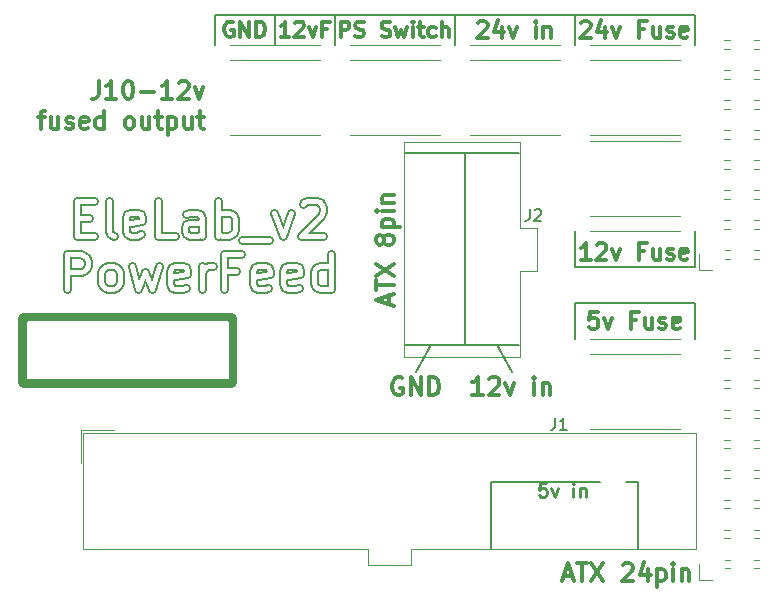
<source format=gto>
G04 #@! TF.GenerationSoftware,KiCad,Pcbnew,(5.0.2)-1*
G04 #@! TF.CreationDate,2019-10-01T18:53:06+02:00*
G04 #@! TF.ProjectId,EleLab_v2_PowerFeed,456c654c-6162-45f7-9632-5f506f776572,rev?*
G04 #@! TF.SameCoordinates,Original*
G04 #@! TF.FileFunction,Legend,Top*
G04 #@! TF.FilePolarity,Positive*
%FSLAX46Y46*%
G04 Gerber Fmt 4.6, Leading zero omitted, Abs format (unit mm)*
G04 Created by KiCad (PCBNEW (5.0.2)-1) date 01/10/2019 18:53:06*
%MOMM*%
%LPD*%
G01*
G04 APERTURE LIST*
%ADD10C,0.300000*%
%ADD11C,0.200000*%
%ADD12C,0.250000*%
%ADD13C,0.150000*%
%ADD14C,0.750000*%
%ADD15C,0.120000*%
%ADD16C,1.000000*%
%ADD17C,0.400000*%
%ADD18C,0.100000*%
%ADD19C,2.802000*%
%ADD20O,2.802000X3.402000*%
%ADD21O,1.902000X1.902000*%
%ADD22O,3.402000X2.802000*%
%ADD23C,5.700000*%
%ADD24C,1.002000*%
%ADD25O,1.702000X1.702000*%
%ADD26C,1.702000*%
%ADD27R,3.102000X3.102000*%
%ADD28C,3.102000*%
%ADD29O,1.802000X1.802000*%
%ADD30R,1.802000X1.802000*%
G04 APERTURE END LIST*
D10*
X139533571Y-86103571D02*
X139533571Y-87175000D01*
X139462142Y-87389285D01*
X139319285Y-87532142D01*
X139105000Y-87603571D01*
X138962142Y-87603571D01*
X141033571Y-87603571D02*
X140176428Y-87603571D01*
X140605000Y-87603571D02*
X140605000Y-86103571D01*
X140462142Y-86317857D01*
X140319285Y-86460714D01*
X140176428Y-86532142D01*
X141962142Y-86103571D02*
X142105000Y-86103571D01*
X142247857Y-86175000D01*
X142319285Y-86246428D01*
X142390714Y-86389285D01*
X142462142Y-86675000D01*
X142462142Y-87032142D01*
X142390714Y-87317857D01*
X142319285Y-87460714D01*
X142247857Y-87532142D01*
X142105000Y-87603571D01*
X141962142Y-87603571D01*
X141819285Y-87532142D01*
X141747857Y-87460714D01*
X141676428Y-87317857D01*
X141605000Y-87032142D01*
X141605000Y-86675000D01*
X141676428Y-86389285D01*
X141747857Y-86246428D01*
X141819285Y-86175000D01*
X141962142Y-86103571D01*
X143105000Y-87032142D02*
X144247857Y-87032142D01*
X145747857Y-87603571D02*
X144890714Y-87603571D01*
X145319285Y-87603571D02*
X145319285Y-86103571D01*
X145176428Y-86317857D01*
X145033571Y-86460714D01*
X144890714Y-86532142D01*
X146319285Y-86246428D02*
X146390714Y-86175000D01*
X146533571Y-86103571D01*
X146890714Y-86103571D01*
X147033571Y-86175000D01*
X147105000Y-86246428D01*
X147176428Y-86389285D01*
X147176428Y-86532142D01*
X147105000Y-86746428D01*
X146247857Y-87603571D01*
X147176428Y-87603571D01*
X147676428Y-86603571D02*
X148033571Y-87603571D01*
X148390714Y-86603571D01*
X134390714Y-89153571D02*
X134962142Y-89153571D01*
X134605000Y-90153571D02*
X134605000Y-88867857D01*
X134676428Y-88725000D01*
X134819285Y-88653571D01*
X134962142Y-88653571D01*
X136105000Y-89153571D02*
X136105000Y-90153571D01*
X135462142Y-89153571D02*
X135462142Y-89939285D01*
X135533571Y-90082142D01*
X135676428Y-90153571D01*
X135890714Y-90153571D01*
X136033571Y-90082142D01*
X136105000Y-90010714D01*
X136747857Y-90082142D02*
X136890714Y-90153571D01*
X137176428Y-90153571D01*
X137319285Y-90082142D01*
X137390714Y-89939285D01*
X137390714Y-89867857D01*
X137319285Y-89725000D01*
X137176428Y-89653571D01*
X136962142Y-89653571D01*
X136819285Y-89582142D01*
X136747857Y-89439285D01*
X136747857Y-89367857D01*
X136819285Y-89225000D01*
X136962142Y-89153571D01*
X137176428Y-89153571D01*
X137319285Y-89225000D01*
X138605000Y-90082142D02*
X138462142Y-90153571D01*
X138176428Y-90153571D01*
X138033571Y-90082142D01*
X137962142Y-89939285D01*
X137962142Y-89367857D01*
X138033571Y-89225000D01*
X138176428Y-89153571D01*
X138462142Y-89153571D01*
X138605000Y-89225000D01*
X138676428Y-89367857D01*
X138676428Y-89510714D01*
X137962142Y-89653571D01*
X139962142Y-90153571D02*
X139962142Y-88653571D01*
X139962142Y-90082142D02*
X139819285Y-90153571D01*
X139533571Y-90153571D01*
X139390714Y-90082142D01*
X139319285Y-90010714D01*
X139247857Y-89867857D01*
X139247857Y-89439285D01*
X139319285Y-89296428D01*
X139390714Y-89225000D01*
X139533571Y-89153571D01*
X139819285Y-89153571D01*
X139962142Y-89225000D01*
X142033571Y-90153571D02*
X141890714Y-90082142D01*
X141819285Y-90010714D01*
X141747857Y-89867857D01*
X141747857Y-89439285D01*
X141819285Y-89296428D01*
X141890714Y-89225000D01*
X142033571Y-89153571D01*
X142247857Y-89153571D01*
X142390714Y-89225000D01*
X142462142Y-89296428D01*
X142533571Y-89439285D01*
X142533571Y-89867857D01*
X142462142Y-90010714D01*
X142390714Y-90082142D01*
X142247857Y-90153571D01*
X142033571Y-90153571D01*
X143819285Y-89153571D02*
X143819285Y-90153571D01*
X143176428Y-89153571D02*
X143176428Y-89939285D01*
X143247857Y-90082142D01*
X143390714Y-90153571D01*
X143605000Y-90153571D01*
X143747857Y-90082142D01*
X143819285Y-90010714D01*
X144319285Y-89153571D02*
X144890714Y-89153571D01*
X144533571Y-88653571D02*
X144533571Y-89939285D01*
X144605000Y-90082142D01*
X144747857Y-90153571D01*
X144890714Y-90153571D01*
X145390714Y-89153571D02*
X145390714Y-90653571D01*
X145390714Y-89225000D02*
X145533571Y-89153571D01*
X145819285Y-89153571D01*
X145962142Y-89225000D01*
X146033571Y-89296428D01*
X146105000Y-89439285D01*
X146105000Y-89867857D01*
X146033571Y-90010714D01*
X145962142Y-90082142D01*
X145819285Y-90153571D01*
X145533571Y-90153571D01*
X145390714Y-90082142D01*
X147390714Y-89153571D02*
X147390714Y-90153571D01*
X146747857Y-89153571D02*
X146747857Y-89939285D01*
X146819285Y-90082142D01*
X146962142Y-90153571D01*
X147176428Y-90153571D01*
X147319285Y-90082142D01*
X147390714Y-90010714D01*
X147890714Y-89153571D02*
X148462142Y-89153571D01*
X148105000Y-88653571D02*
X148105000Y-89939285D01*
X148176428Y-90082142D01*
X148319285Y-90153571D01*
X148462142Y-90153571D01*
D11*
X172720000Y-120015000D02*
X172720000Y-125603000D01*
X185166000Y-120015000D02*
X172720000Y-120015000D01*
X185166000Y-125603000D02*
X185166000Y-120015000D01*
D12*
X177419571Y-120147238D02*
X176871952Y-120147238D01*
X176817190Y-120694857D01*
X176871952Y-120640095D01*
X176981476Y-120585333D01*
X177255285Y-120585333D01*
X177364809Y-120640095D01*
X177419571Y-120694857D01*
X177474333Y-120804380D01*
X177474333Y-121078190D01*
X177419571Y-121187714D01*
X177364809Y-121242476D01*
X177255285Y-121297238D01*
X176981476Y-121297238D01*
X176871952Y-121242476D01*
X176817190Y-121187714D01*
X177857666Y-120530571D02*
X178131476Y-121297238D01*
X178405285Y-120530571D01*
X179719571Y-121297238D02*
X179719571Y-120530571D01*
X179719571Y-120147238D02*
X179664809Y-120202000D01*
X179719571Y-120256761D01*
X179774333Y-120202000D01*
X179719571Y-120147238D01*
X179719571Y-120256761D01*
X180267190Y-120530571D02*
X180267190Y-121297238D01*
X180267190Y-120640095D02*
X180321952Y-120585333D01*
X180431476Y-120530571D01*
X180595761Y-120530571D01*
X180705285Y-120585333D01*
X180760047Y-120694857D01*
X180760047Y-121297238D01*
D10*
X172033714Y-112692571D02*
X171176571Y-112692571D01*
X171605142Y-112692571D02*
X171605142Y-111192571D01*
X171462285Y-111406857D01*
X171319428Y-111549714D01*
X171176571Y-111621142D01*
X172605142Y-111335428D02*
X172676571Y-111264000D01*
X172819428Y-111192571D01*
X173176571Y-111192571D01*
X173319428Y-111264000D01*
X173390857Y-111335428D01*
X173462285Y-111478285D01*
X173462285Y-111621142D01*
X173390857Y-111835428D01*
X172533714Y-112692571D01*
X173462285Y-112692571D01*
X173962285Y-111692571D02*
X174319428Y-112692571D01*
X174676571Y-111692571D01*
X176390857Y-112692571D02*
X176390857Y-111692571D01*
X176390857Y-111192571D02*
X176319428Y-111264000D01*
X176390857Y-111335428D01*
X176462285Y-111264000D01*
X176390857Y-111192571D01*
X176390857Y-111335428D01*
X177105142Y-111692571D02*
X177105142Y-112692571D01*
X177105142Y-111835428D02*
X177176571Y-111764000D01*
X177319428Y-111692571D01*
X177533714Y-111692571D01*
X177676571Y-111764000D01*
X177748000Y-111906857D01*
X177748000Y-112692571D01*
X165227142Y-111264000D02*
X165084285Y-111192571D01*
X164870000Y-111192571D01*
X164655714Y-111264000D01*
X164512857Y-111406857D01*
X164441428Y-111549714D01*
X164370000Y-111835428D01*
X164370000Y-112049714D01*
X164441428Y-112335428D01*
X164512857Y-112478285D01*
X164655714Y-112621142D01*
X164870000Y-112692571D01*
X165012857Y-112692571D01*
X165227142Y-112621142D01*
X165298571Y-112549714D01*
X165298571Y-112049714D01*
X165012857Y-112049714D01*
X165941428Y-112692571D02*
X165941428Y-111192571D01*
X166798571Y-112692571D01*
X166798571Y-111192571D01*
X167512857Y-112692571D02*
X167512857Y-111192571D01*
X167870000Y-111192571D01*
X168084285Y-111264000D01*
X168227142Y-111406857D01*
X168298571Y-111549714D01*
X168370000Y-111835428D01*
X168370000Y-112049714D01*
X168298571Y-112335428D01*
X168227142Y-112478285D01*
X168084285Y-112621142D01*
X167870000Y-112692571D01*
X167512857Y-112692571D01*
D11*
X173228000Y-108458000D02*
X174498000Y-110744000D01*
X167640000Y-108458000D02*
X166370000Y-110744000D01*
X170561000Y-108458000D02*
X170561000Y-92202000D01*
X165481000Y-108458000D02*
X175133000Y-108458000D01*
X175133000Y-92202000D02*
X165481000Y-92202000D01*
D13*
X154432000Y-83058000D02*
X154432000Y-80518000D01*
D10*
X155672000Y-82376095D02*
X154929142Y-82376095D01*
X155300571Y-82376095D02*
X155300571Y-81076095D01*
X155176761Y-81261809D01*
X155052952Y-81385619D01*
X154929142Y-81447523D01*
X156167238Y-81199904D02*
X156229142Y-81138000D01*
X156352952Y-81076095D01*
X156662476Y-81076095D01*
X156786285Y-81138000D01*
X156848190Y-81199904D01*
X156910095Y-81323714D01*
X156910095Y-81447523D01*
X156848190Y-81633238D01*
X156105333Y-82376095D01*
X156910095Y-82376095D01*
X157343428Y-81509428D02*
X157652952Y-82376095D01*
X157962476Y-81509428D01*
X158891047Y-81695142D02*
X158457714Y-81695142D01*
X158457714Y-82376095D02*
X158457714Y-81076095D01*
X159076761Y-81076095D01*
D13*
X149352000Y-83058000D02*
X149352000Y-80518000D01*
D10*
X150901523Y-81138000D02*
X150777714Y-81076095D01*
X150592000Y-81076095D01*
X150406285Y-81138000D01*
X150282476Y-81261809D01*
X150220571Y-81385619D01*
X150158666Y-81633238D01*
X150158666Y-81818952D01*
X150220571Y-82066571D01*
X150282476Y-82190380D01*
X150406285Y-82314190D01*
X150592000Y-82376095D01*
X150715809Y-82376095D01*
X150901523Y-82314190D01*
X150963428Y-82252285D01*
X150963428Y-81818952D01*
X150715809Y-81818952D01*
X151520571Y-82376095D02*
X151520571Y-81076095D01*
X152263428Y-82376095D01*
X152263428Y-81076095D01*
X152882476Y-82376095D02*
X152882476Y-81076095D01*
X153192000Y-81076095D01*
X153377714Y-81138000D01*
X153501523Y-81261809D01*
X153563428Y-81385619D01*
X153625333Y-81633238D01*
X153625333Y-81818952D01*
X153563428Y-82066571D01*
X153501523Y-82190380D01*
X153377714Y-82314190D01*
X153192000Y-82376095D01*
X152882476Y-82376095D01*
X164080000Y-104972857D02*
X164080000Y-104258571D01*
X164508571Y-105115714D02*
X163008571Y-104615714D01*
X164508571Y-104115714D01*
X163008571Y-103830000D02*
X163008571Y-102972857D01*
X164508571Y-103401428D02*
X163008571Y-103401428D01*
X163008571Y-102615714D02*
X164508571Y-101615714D01*
X163008571Y-101615714D02*
X164508571Y-102615714D01*
X163651428Y-99687142D02*
X163580000Y-99830000D01*
X163508571Y-99901428D01*
X163365714Y-99972857D01*
X163294285Y-99972857D01*
X163151428Y-99901428D01*
X163080000Y-99830000D01*
X163008571Y-99687142D01*
X163008571Y-99401428D01*
X163080000Y-99258571D01*
X163151428Y-99187142D01*
X163294285Y-99115714D01*
X163365714Y-99115714D01*
X163508571Y-99187142D01*
X163580000Y-99258571D01*
X163651428Y-99401428D01*
X163651428Y-99687142D01*
X163722857Y-99830000D01*
X163794285Y-99901428D01*
X163937142Y-99972857D01*
X164222857Y-99972857D01*
X164365714Y-99901428D01*
X164437142Y-99830000D01*
X164508571Y-99687142D01*
X164508571Y-99401428D01*
X164437142Y-99258571D01*
X164365714Y-99187142D01*
X164222857Y-99115714D01*
X163937142Y-99115714D01*
X163794285Y-99187142D01*
X163722857Y-99258571D01*
X163651428Y-99401428D01*
X163508571Y-98472857D02*
X165008571Y-98472857D01*
X163580000Y-98472857D02*
X163508571Y-98330000D01*
X163508571Y-98044285D01*
X163580000Y-97901428D01*
X163651428Y-97830000D01*
X163794285Y-97758571D01*
X164222857Y-97758571D01*
X164365714Y-97830000D01*
X164437142Y-97901428D01*
X164508571Y-98044285D01*
X164508571Y-98330000D01*
X164437142Y-98472857D01*
X164508571Y-97115714D02*
X163508571Y-97115714D01*
X163008571Y-97115714D02*
X163080000Y-97187142D01*
X163151428Y-97115714D01*
X163080000Y-97044285D01*
X163008571Y-97115714D01*
X163151428Y-97115714D01*
X163508571Y-96401428D02*
X164508571Y-96401428D01*
X163651428Y-96401428D02*
X163580000Y-96330000D01*
X163508571Y-96187142D01*
X163508571Y-95972857D01*
X163580000Y-95830000D01*
X163722857Y-95758571D01*
X164508571Y-95758571D01*
X178892857Y-128000000D02*
X179607142Y-128000000D01*
X178750000Y-128428571D02*
X179250000Y-126928571D01*
X179750000Y-128428571D01*
X180035714Y-126928571D02*
X180892857Y-126928571D01*
X180464285Y-128428571D02*
X180464285Y-126928571D01*
X181250000Y-126928571D02*
X182250000Y-128428571D01*
X182250000Y-126928571D02*
X181250000Y-128428571D01*
X183892857Y-127071428D02*
X183964285Y-127000000D01*
X184107142Y-126928571D01*
X184464285Y-126928571D01*
X184607142Y-127000000D01*
X184678571Y-127071428D01*
X184750000Y-127214285D01*
X184750000Y-127357142D01*
X184678571Y-127571428D01*
X183821428Y-128428571D01*
X184750000Y-128428571D01*
X186035714Y-127428571D02*
X186035714Y-128428571D01*
X185678571Y-126857142D02*
X185321428Y-127928571D01*
X186250000Y-127928571D01*
X186821428Y-127428571D02*
X186821428Y-128928571D01*
X186821428Y-127500000D02*
X186964285Y-127428571D01*
X187250000Y-127428571D01*
X187392857Y-127500000D01*
X187464285Y-127571428D01*
X187535714Y-127714285D01*
X187535714Y-128142857D01*
X187464285Y-128285714D01*
X187392857Y-128357142D01*
X187250000Y-128428571D01*
X186964285Y-128428571D01*
X186821428Y-128357142D01*
X188178571Y-128428571D02*
X188178571Y-127428571D01*
X188178571Y-126928571D02*
X188107142Y-127000000D01*
X188178571Y-127071428D01*
X188250000Y-127000000D01*
X188178571Y-126928571D01*
X188178571Y-127071428D01*
X188892857Y-127428571D02*
X188892857Y-128428571D01*
X188892857Y-127571428D02*
X188964285Y-127500000D01*
X189107142Y-127428571D01*
X189321428Y-127428571D01*
X189464285Y-127500000D01*
X189535714Y-127642857D01*
X189535714Y-128428571D01*
D14*
X136881142Y-103735142D02*
X136881142Y-100735142D01*
X138024000Y-100735142D01*
X138309714Y-100878000D01*
X138452571Y-101020857D01*
X138595428Y-101306571D01*
X138595428Y-101735142D01*
X138452571Y-102020857D01*
X138309714Y-102163714D01*
X138024000Y-102306571D01*
X136881142Y-102306571D01*
X140309714Y-103735142D02*
X140024000Y-103592285D01*
X139881142Y-103449428D01*
X139738285Y-103163714D01*
X139738285Y-102306571D01*
X139881142Y-102020857D01*
X140024000Y-101878000D01*
X140309714Y-101735142D01*
X140738285Y-101735142D01*
X141024000Y-101878000D01*
X141166857Y-102020857D01*
X141309714Y-102306571D01*
X141309714Y-103163714D01*
X141166857Y-103449428D01*
X141024000Y-103592285D01*
X140738285Y-103735142D01*
X140309714Y-103735142D01*
X142309714Y-101735142D02*
X142881142Y-103735142D01*
X143452571Y-102306571D01*
X144024000Y-103735142D01*
X144595428Y-101735142D01*
X146881142Y-103592285D02*
X146595428Y-103735142D01*
X146024000Y-103735142D01*
X145738285Y-103592285D01*
X145595428Y-103306571D01*
X145595428Y-102163714D01*
X145738285Y-101878000D01*
X146024000Y-101735142D01*
X146595428Y-101735142D01*
X146881142Y-101878000D01*
X147024000Y-102163714D01*
X147024000Y-102449428D01*
X145595428Y-102735142D01*
X148309714Y-103735142D02*
X148309714Y-101735142D01*
X148309714Y-102306571D02*
X148452571Y-102020857D01*
X148595428Y-101878000D01*
X148881142Y-101735142D01*
X149166857Y-101735142D01*
X151166857Y-102163714D02*
X150166857Y-102163714D01*
X150166857Y-103735142D02*
X150166857Y-100735142D01*
X151595428Y-100735142D01*
X153881142Y-103592285D02*
X153595428Y-103735142D01*
X153024000Y-103735142D01*
X152738285Y-103592285D01*
X152595428Y-103306571D01*
X152595428Y-102163714D01*
X152738285Y-101878000D01*
X153024000Y-101735142D01*
X153595428Y-101735142D01*
X153881142Y-101878000D01*
X154024000Y-102163714D01*
X154024000Y-102449428D01*
X152595428Y-102735142D01*
X156452571Y-103592285D02*
X156166857Y-103735142D01*
X155595428Y-103735142D01*
X155309714Y-103592285D01*
X155166857Y-103306571D01*
X155166857Y-102163714D01*
X155309714Y-101878000D01*
X155595428Y-101735142D01*
X156166857Y-101735142D01*
X156452571Y-101878000D01*
X156595428Y-102163714D01*
X156595428Y-102449428D01*
X155166857Y-102735142D01*
X159166857Y-103735142D02*
X159166857Y-100735142D01*
X159166857Y-103592285D02*
X158881142Y-103735142D01*
X158309714Y-103735142D01*
X158024000Y-103592285D01*
X157881142Y-103449428D01*
X157738285Y-103163714D01*
X157738285Y-102306571D01*
X157881142Y-102020857D01*
X158024000Y-101878000D01*
X158309714Y-101735142D01*
X158881142Y-101735142D01*
X159166857Y-101878000D01*
X137666857Y-97663714D02*
X138666857Y-97663714D01*
X139095428Y-99235142D02*
X137666857Y-99235142D01*
X137666857Y-96235142D01*
X139095428Y-96235142D01*
X140809714Y-99235142D02*
X140524000Y-99092285D01*
X140381142Y-98806571D01*
X140381142Y-96235142D01*
X143095428Y-99092285D02*
X142809714Y-99235142D01*
X142238285Y-99235142D01*
X141952571Y-99092285D01*
X141809714Y-98806571D01*
X141809714Y-97663714D01*
X141952571Y-97378000D01*
X142238285Y-97235142D01*
X142809714Y-97235142D01*
X143095428Y-97378000D01*
X143238285Y-97663714D01*
X143238285Y-97949428D01*
X141809714Y-98235142D01*
X145952571Y-99235142D02*
X144524000Y-99235142D01*
X144524000Y-96235142D01*
X148238285Y-99235142D02*
X148238285Y-97663714D01*
X148095428Y-97378000D01*
X147809714Y-97235142D01*
X147238285Y-97235142D01*
X146952571Y-97378000D01*
X148238285Y-99092285D02*
X147952571Y-99235142D01*
X147238285Y-99235142D01*
X146952571Y-99092285D01*
X146809714Y-98806571D01*
X146809714Y-98520857D01*
X146952571Y-98235142D01*
X147238285Y-98092285D01*
X147952571Y-98092285D01*
X148238285Y-97949428D01*
X149666857Y-99235142D02*
X149666857Y-96235142D01*
X149666857Y-97378000D02*
X149952571Y-97235142D01*
X150524000Y-97235142D01*
X150809714Y-97378000D01*
X150952571Y-97520857D01*
X151095428Y-97806571D01*
X151095428Y-98663714D01*
X150952571Y-98949428D01*
X150809714Y-99092285D01*
X150524000Y-99235142D01*
X149952571Y-99235142D01*
X149666857Y-99092285D01*
X151666857Y-99520857D02*
X153952571Y-99520857D01*
X154381142Y-97235142D02*
X155095428Y-99235142D01*
X155809714Y-97235142D01*
X156809714Y-96520857D02*
X156952571Y-96378000D01*
X157238285Y-96235142D01*
X157952571Y-96235142D01*
X158238285Y-96378000D01*
X158381142Y-96520857D01*
X158524000Y-96806571D01*
X158524000Y-97092285D01*
X158381142Y-97520857D01*
X156666857Y-99235142D01*
X158524000Y-99235142D01*
D10*
X181778666Y-105659333D02*
X181112000Y-105659333D01*
X181045333Y-106326000D01*
X181112000Y-106259333D01*
X181245333Y-106192666D01*
X181578666Y-106192666D01*
X181712000Y-106259333D01*
X181778666Y-106326000D01*
X181845333Y-106459333D01*
X181845333Y-106792666D01*
X181778666Y-106926000D01*
X181712000Y-106992666D01*
X181578666Y-107059333D01*
X181245333Y-107059333D01*
X181112000Y-106992666D01*
X181045333Y-106926000D01*
X182312000Y-106126000D02*
X182645333Y-107059333D01*
X182978666Y-106126000D01*
X185045333Y-106326000D02*
X184578666Y-106326000D01*
X184578666Y-107059333D02*
X184578666Y-105659333D01*
X185245333Y-105659333D01*
X186378666Y-106126000D02*
X186378666Y-107059333D01*
X185778666Y-106126000D02*
X185778666Y-106859333D01*
X185845333Y-106992666D01*
X185978666Y-107059333D01*
X186178666Y-107059333D01*
X186312000Y-106992666D01*
X186378666Y-106926000D01*
X186978666Y-106992666D02*
X187112000Y-107059333D01*
X187378666Y-107059333D01*
X187512000Y-106992666D01*
X187578666Y-106859333D01*
X187578666Y-106792666D01*
X187512000Y-106659333D01*
X187378666Y-106592666D01*
X187178666Y-106592666D01*
X187045333Y-106526000D01*
X186978666Y-106392666D01*
X186978666Y-106326000D01*
X187045333Y-106192666D01*
X187178666Y-106126000D01*
X187378666Y-106126000D01*
X187512000Y-106192666D01*
X188712000Y-106992666D02*
X188578666Y-107059333D01*
X188312000Y-107059333D01*
X188178666Y-106992666D01*
X188112000Y-106859333D01*
X188112000Y-106326000D01*
X188178666Y-106192666D01*
X188312000Y-106126000D01*
X188578666Y-106126000D01*
X188712000Y-106192666D01*
X188778666Y-106326000D01*
X188778666Y-106459333D01*
X188112000Y-106592666D01*
X181178666Y-101217333D02*
X180378666Y-101217333D01*
X180778666Y-101217333D02*
X180778666Y-99817333D01*
X180645333Y-100017333D01*
X180512000Y-100150666D01*
X180378666Y-100217333D01*
X181712000Y-99950666D02*
X181778666Y-99884000D01*
X181912000Y-99817333D01*
X182245333Y-99817333D01*
X182378666Y-99884000D01*
X182445333Y-99950666D01*
X182512000Y-100084000D01*
X182512000Y-100217333D01*
X182445333Y-100417333D01*
X181645333Y-101217333D01*
X182512000Y-101217333D01*
X182978666Y-100284000D02*
X183312000Y-101217333D01*
X183645333Y-100284000D01*
X185712000Y-100484000D02*
X185245333Y-100484000D01*
X185245333Y-101217333D02*
X185245333Y-99817333D01*
X185912000Y-99817333D01*
X187045333Y-100284000D02*
X187045333Y-101217333D01*
X186445333Y-100284000D02*
X186445333Y-101017333D01*
X186512000Y-101150666D01*
X186645333Y-101217333D01*
X186845333Y-101217333D01*
X186978666Y-101150666D01*
X187045333Y-101084000D01*
X187645333Y-101150666D02*
X187778666Y-101217333D01*
X188045333Y-101217333D01*
X188178666Y-101150666D01*
X188245333Y-101017333D01*
X188245333Y-100950666D01*
X188178666Y-100817333D01*
X188045333Y-100750666D01*
X187845333Y-100750666D01*
X187712000Y-100684000D01*
X187645333Y-100550666D01*
X187645333Y-100484000D01*
X187712000Y-100350666D01*
X187845333Y-100284000D01*
X188045333Y-100284000D01*
X188178666Y-100350666D01*
X189378666Y-101150666D02*
X189245333Y-101217333D01*
X188978666Y-101217333D01*
X188845333Y-101150666D01*
X188778666Y-101017333D01*
X188778666Y-100484000D01*
X188845333Y-100350666D01*
X188978666Y-100284000D01*
X189245333Y-100284000D01*
X189378666Y-100350666D01*
X189445333Y-100484000D01*
X189445333Y-100617333D01*
X188778666Y-100750666D01*
X180378666Y-81154666D02*
X180445333Y-81088000D01*
X180578666Y-81021333D01*
X180912000Y-81021333D01*
X181045333Y-81088000D01*
X181112000Y-81154666D01*
X181178666Y-81288000D01*
X181178666Y-81421333D01*
X181112000Y-81621333D01*
X180312000Y-82421333D01*
X181178666Y-82421333D01*
X182378666Y-81488000D02*
X182378666Y-82421333D01*
X182045333Y-80954666D02*
X181712000Y-81954666D01*
X182578666Y-81954666D01*
X182978666Y-81488000D02*
X183312000Y-82421333D01*
X183645333Y-81488000D01*
X185712000Y-81688000D02*
X185245333Y-81688000D01*
X185245333Y-82421333D02*
X185245333Y-81021333D01*
X185912000Y-81021333D01*
X187045333Y-81488000D02*
X187045333Y-82421333D01*
X186445333Y-81488000D02*
X186445333Y-82221333D01*
X186512000Y-82354666D01*
X186645333Y-82421333D01*
X186845333Y-82421333D01*
X186978666Y-82354666D01*
X187045333Y-82288000D01*
X187645333Y-82354666D02*
X187778666Y-82421333D01*
X188045333Y-82421333D01*
X188178666Y-82354666D01*
X188245333Y-82221333D01*
X188245333Y-82154666D01*
X188178666Y-82021333D01*
X188045333Y-81954666D01*
X187845333Y-81954666D01*
X187712000Y-81888000D01*
X187645333Y-81754666D01*
X187645333Y-81688000D01*
X187712000Y-81554666D01*
X187845333Y-81488000D01*
X188045333Y-81488000D01*
X188178666Y-81554666D01*
X189378666Y-82354666D02*
X189245333Y-82421333D01*
X188978666Y-82421333D01*
X188845333Y-82354666D01*
X188778666Y-82221333D01*
X188778666Y-81688000D01*
X188845333Y-81554666D01*
X188978666Y-81488000D01*
X189245333Y-81488000D01*
X189378666Y-81554666D01*
X189445333Y-81688000D01*
X189445333Y-81821333D01*
X188778666Y-81954666D01*
X171652000Y-81154666D02*
X171718666Y-81088000D01*
X171852000Y-81021333D01*
X172185333Y-81021333D01*
X172318666Y-81088000D01*
X172385333Y-81154666D01*
X172452000Y-81288000D01*
X172452000Y-81421333D01*
X172385333Y-81621333D01*
X171585333Y-82421333D01*
X172452000Y-82421333D01*
X173652000Y-81488000D02*
X173652000Y-82421333D01*
X173318666Y-80954666D02*
X172985333Y-81954666D01*
X173852000Y-81954666D01*
X174252000Y-81488000D02*
X174585333Y-82421333D01*
X174918666Y-81488000D01*
X176518666Y-82421333D02*
X176518666Y-81488000D01*
X176518666Y-81021333D02*
X176452000Y-81088000D01*
X176518666Y-81154666D01*
X176585333Y-81088000D01*
X176518666Y-81021333D01*
X176518666Y-81154666D01*
X177185333Y-81488000D02*
X177185333Y-82421333D01*
X177185333Y-81621333D02*
X177252000Y-81554666D01*
X177385333Y-81488000D01*
X177585333Y-81488000D01*
X177718666Y-81554666D01*
X177785333Y-81688000D01*
X177785333Y-82421333D01*
X160011047Y-82376095D02*
X160011047Y-81076095D01*
X160506285Y-81076095D01*
X160630095Y-81138000D01*
X160692000Y-81199904D01*
X160753904Y-81323714D01*
X160753904Y-81509428D01*
X160692000Y-81633238D01*
X160630095Y-81695142D01*
X160506285Y-81757047D01*
X160011047Y-81757047D01*
X161249142Y-82314190D02*
X161434857Y-82376095D01*
X161744380Y-82376095D01*
X161868190Y-82314190D01*
X161930095Y-82252285D01*
X161992000Y-82128476D01*
X161992000Y-82004666D01*
X161930095Y-81880857D01*
X161868190Y-81818952D01*
X161744380Y-81757047D01*
X161496761Y-81695142D01*
X161372952Y-81633238D01*
X161311047Y-81571333D01*
X161249142Y-81447523D01*
X161249142Y-81323714D01*
X161311047Y-81199904D01*
X161372952Y-81138000D01*
X161496761Y-81076095D01*
X161806285Y-81076095D01*
X161992000Y-81138000D01*
X163477714Y-82314190D02*
X163663428Y-82376095D01*
X163972952Y-82376095D01*
X164096761Y-82314190D01*
X164158666Y-82252285D01*
X164220571Y-82128476D01*
X164220571Y-82004666D01*
X164158666Y-81880857D01*
X164096761Y-81818952D01*
X163972952Y-81757047D01*
X163725333Y-81695142D01*
X163601523Y-81633238D01*
X163539619Y-81571333D01*
X163477714Y-81447523D01*
X163477714Y-81323714D01*
X163539619Y-81199904D01*
X163601523Y-81138000D01*
X163725333Y-81076095D01*
X164034857Y-81076095D01*
X164220571Y-81138000D01*
X164653904Y-81509428D02*
X164901523Y-82376095D01*
X165149142Y-81757047D01*
X165396761Y-82376095D01*
X165644380Y-81509428D01*
X166139619Y-82376095D02*
X166139619Y-81509428D01*
X166139619Y-81076095D02*
X166077714Y-81138000D01*
X166139619Y-81199904D01*
X166201523Y-81138000D01*
X166139619Y-81076095D01*
X166139619Y-81199904D01*
X166572952Y-81509428D02*
X167068190Y-81509428D01*
X166758666Y-81076095D02*
X166758666Y-82190380D01*
X166820571Y-82314190D01*
X166944380Y-82376095D01*
X167068190Y-82376095D01*
X168058666Y-82314190D02*
X167934857Y-82376095D01*
X167687238Y-82376095D01*
X167563428Y-82314190D01*
X167501523Y-82252285D01*
X167439619Y-82128476D01*
X167439619Y-81757047D01*
X167501523Y-81633238D01*
X167563428Y-81571333D01*
X167687238Y-81509428D01*
X167934857Y-81509428D01*
X168058666Y-81571333D01*
X168615809Y-82376095D02*
X168615809Y-81076095D01*
X169172952Y-82376095D02*
X169172952Y-81695142D01*
X169111047Y-81571333D01*
X168987238Y-81509428D01*
X168801523Y-81509428D01*
X168677714Y-81571333D01*
X168615809Y-81633238D01*
D13*
X189992000Y-80518000D02*
X149352000Y-80518000D01*
D11*
X189992000Y-104902000D02*
X179832000Y-104902000D01*
X179832000Y-101854000D02*
X189992000Y-101854000D01*
D13*
X189992000Y-107950000D02*
X189992000Y-104902000D01*
X179832000Y-107950000D02*
X179832000Y-104902000D01*
X179832000Y-101854000D02*
X179832000Y-98806000D01*
X189992000Y-101854000D02*
X189992000Y-98806000D01*
X189992000Y-83058000D02*
X189992000Y-80518000D01*
X179832000Y-83058000D02*
X179832000Y-80518000D01*
X169672000Y-83058000D02*
X169672000Y-80518000D01*
X159512000Y-83058000D02*
X159512000Y-80518000D01*
D15*
G04 #@! TO.C,J1*
X164152000Y-115862000D02*
X138242000Y-115862000D01*
X138242000Y-115862000D02*
X138242000Y-125682000D01*
X138242000Y-125682000D02*
X162342000Y-125682000D01*
X162342000Y-125682000D02*
X162342000Y-127082000D01*
X162342000Y-127082000D02*
X164152000Y-127082000D01*
X164152000Y-115862000D02*
X190062000Y-115862000D01*
X190062000Y-115862000D02*
X190062000Y-125682000D01*
X190062000Y-125682000D02*
X165962000Y-125682000D01*
X165962000Y-125682000D02*
X165962000Y-127082000D01*
X165962000Y-127082000D02*
X164152000Y-127082000D01*
X140852000Y-115622000D02*
X138002000Y-115622000D01*
X138002000Y-115622000D02*
X138002000Y-118472000D01*
G04 #@! TO.C,J2*
X165392000Y-100380000D02*
X165392000Y-109490000D01*
X165392000Y-109490000D02*
X175212000Y-109490000D01*
X175212000Y-109490000D02*
X175212000Y-102190000D01*
X175212000Y-102190000D02*
X176612000Y-102190000D01*
X176612000Y-102190000D02*
X176612000Y-100380000D01*
X165392000Y-100380000D02*
X165392000Y-91270000D01*
X165392000Y-91270000D02*
X175212000Y-91270000D01*
X175212000Y-91270000D02*
X175212000Y-98570000D01*
X175212000Y-98570000D02*
X176612000Y-98570000D01*
X176612000Y-98570000D02*
X176612000Y-100380000D01*
D16*
G04 #@! TO.C,LO_1*
X133243400Y-106209200D02*
X150769400Y-106209200D01*
X133243400Y-111543200D02*
X133243400Y-106209200D01*
X150769400Y-111543200D02*
X133243400Y-111543200D01*
X150769400Y-106209200D02*
X150769400Y-111543200D01*
D15*
G04 #@! TO.C,J5*
X170942000Y-84328000D02*
X178562000Y-84328000D01*
X170942000Y-90678000D02*
X178562000Y-90678000D01*
X178562000Y-83058000D02*
X170942000Y-83058000D01*
G04 #@! TO.C,J6*
X188722000Y-107950000D02*
X181102000Y-107950000D01*
X181102000Y-115570000D02*
X188722000Y-115570000D01*
X181102000Y-109220000D02*
X188722000Y-109220000D01*
G04 #@! TO.C,J7*
X188722000Y-97536000D02*
X181102000Y-97536000D01*
X188722000Y-91186000D02*
X181102000Y-91186000D01*
X181102000Y-98806000D02*
X188722000Y-98806000D01*
G04 #@! TO.C,J8*
X188722000Y-83058000D02*
X181102000Y-83058000D01*
X181102000Y-90678000D02*
X188722000Y-90678000D01*
X181102000Y-84328000D02*
X188722000Y-84328000D01*
G04 #@! TO.C,J9*
X160782000Y-84328000D02*
X168402000Y-84328000D01*
X160782000Y-90678000D02*
X168402000Y-90678000D01*
X168402000Y-83058000D02*
X160782000Y-83058000D01*
G04 #@! TO.C,J10*
X158242000Y-83058000D02*
X150622000Y-83058000D01*
X150622000Y-90678000D02*
X158242000Y-90678000D01*
X150622000Y-84328000D02*
X158242000Y-84328000D01*
G04 #@! TO.C,J3*
X191460000Y-102110000D02*
X190350000Y-102110000D01*
X190350000Y-102110000D02*
X190350000Y-100780000D01*
X192950000Y-82640000D02*
X192510000Y-82640000D01*
X195460000Y-82640000D02*
X195050000Y-82640000D01*
X192950000Y-83360000D02*
X192510000Y-83360000D01*
X195460000Y-83360000D02*
X195050000Y-83360000D01*
X192950000Y-85180000D02*
X192510000Y-85180000D01*
X195460000Y-85180000D02*
X195050000Y-85180000D01*
X192950000Y-85900000D02*
X192510000Y-85900000D01*
X195460000Y-85900000D02*
X195050000Y-85900000D01*
X192950000Y-87720000D02*
X192510000Y-87720000D01*
X195460000Y-87720000D02*
X195050000Y-87720000D01*
X192950000Y-88440000D02*
X192510000Y-88440000D01*
X195460000Y-88440000D02*
X195050000Y-88440000D01*
X192950000Y-90260000D02*
X192510000Y-90260000D01*
X195460000Y-90260000D02*
X195050000Y-90260000D01*
X192950000Y-90980000D02*
X192510000Y-90980000D01*
X195460000Y-90980000D02*
X195050000Y-90980000D01*
X192950000Y-92800000D02*
X192510000Y-92800000D01*
X195460000Y-92800000D02*
X195050000Y-92800000D01*
X192950000Y-93520000D02*
X192510000Y-93520000D01*
X195460000Y-93520000D02*
X195050000Y-93520000D01*
X192950000Y-95340000D02*
X192510000Y-95340000D01*
X195460000Y-95340000D02*
X195050000Y-95340000D01*
X192950000Y-96060000D02*
X192510000Y-96060000D01*
X195460000Y-96060000D02*
X195050000Y-96060000D01*
X192950000Y-97880000D02*
X192510000Y-97880000D01*
X195460000Y-97880000D02*
X195050000Y-97880000D01*
X192950000Y-98600000D02*
X192510000Y-98600000D01*
X195460000Y-98600000D02*
X195050000Y-98600000D01*
X192950000Y-100420000D02*
X192570000Y-100420000D01*
X195460000Y-100420000D02*
X195050000Y-100420000D01*
X192950000Y-101140000D02*
X192570000Y-101140000D01*
X195460000Y-101140000D02*
X195050000Y-101140000D01*
G04 #@! TO.C,J4*
X195460000Y-127360000D02*
X195050000Y-127360000D01*
X192950000Y-127360000D02*
X192570000Y-127360000D01*
X195460000Y-126640000D02*
X195050000Y-126640000D01*
X192950000Y-126640000D02*
X192570000Y-126640000D01*
X195460000Y-124820000D02*
X195050000Y-124820000D01*
X192950000Y-124820000D02*
X192510000Y-124820000D01*
X195460000Y-124100000D02*
X195050000Y-124100000D01*
X192950000Y-124100000D02*
X192510000Y-124100000D01*
X195460000Y-122280000D02*
X195050000Y-122280000D01*
X192950000Y-122280000D02*
X192510000Y-122280000D01*
X195460000Y-121560000D02*
X195050000Y-121560000D01*
X192950000Y-121560000D02*
X192510000Y-121560000D01*
X195460000Y-119740000D02*
X195050000Y-119740000D01*
X192950000Y-119740000D02*
X192510000Y-119740000D01*
X195460000Y-119020000D02*
X195050000Y-119020000D01*
X192950000Y-119020000D02*
X192510000Y-119020000D01*
X195460000Y-117200000D02*
X195050000Y-117200000D01*
X192950000Y-117200000D02*
X192510000Y-117200000D01*
X195460000Y-116480000D02*
X195050000Y-116480000D01*
X192950000Y-116480000D02*
X192510000Y-116480000D01*
X195460000Y-114660000D02*
X195050000Y-114660000D01*
X192950000Y-114660000D02*
X192510000Y-114660000D01*
X195460000Y-113940000D02*
X195050000Y-113940000D01*
X192950000Y-113940000D02*
X192510000Y-113940000D01*
X195460000Y-112120000D02*
X195050000Y-112120000D01*
X192950000Y-112120000D02*
X192510000Y-112120000D01*
X195460000Y-111400000D02*
X195050000Y-111400000D01*
X192950000Y-111400000D02*
X192510000Y-111400000D01*
X195460000Y-109580000D02*
X195050000Y-109580000D01*
X192950000Y-109580000D02*
X192510000Y-109580000D01*
X195460000Y-108860000D02*
X195050000Y-108860000D01*
X192950000Y-108860000D02*
X192510000Y-108860000D01*
X190350000Y-128330000D02*
X190350000Y-127000000D01*
X191460000Y-128330000D02*
X190350000Y-128330000D01*
G04 #@! TO.C,J1*
D13*
X178166666Y-114641380D02*
X178166666Y-115355666D01*
X178119047Y-115498523D01*
X178023809Y-115593761D01*
X177880952Y-115641380D01*
X177785714Y-115641380D01*
X179166666Y-115641380D02*
X178595238Y-115641380D01*
X178880952Y-115641380D02*
X178880952Y-114641380D01*
X178785714Y-114784238D01*
X178690476Y-114879476D01*
X178595238Y-114927095D01*
G04 #@! TO.C,J2*
X176016666Y-96952380D02*
X176016666Y-97666666D01*
X175969047Y-97809523D01*
X175873809Y-97904761D01*
X175730952Y-97952380D01*
X175635714Y-97952380D01*
X176445238Y-97047619D02*
X176492857Y-97000000D01*
X176588095Y-96952380D01*
X176826190Y-96952380D01*
X176921428Y-97000000D01*
X176969047Y-97047619D01*
X177016666Y-97142857D01*
X177016666Y-97238095D01*
X176969047Y-97380952D01*
X176397619Y-97952380D01*
X177016666Y-97952380D01*
G04 #@! TD*
%LPC*%
D17*
X136881142Y-103735142D02*
X136881142Y-100735142D01*
X138024000Y-100735142D01*
X138309714Y-100878000D01*
X138452571Y-101020857D01*
X138595428Y-101306571D01*
X138595428Y-101735142D01*
X138452571Y-102020857D01*
X138309714Y-102163714D01*
X138024000Y-102306571D01*
X136881142Y-102306571D01*
X140309714Y-103735142D02*
X140024000Y-103592285D01*
X139881142Y-103449428D01*
X139738285Y-103163714D01*
X139738285Y-102306571D01*
X139881142Y-102020857D01*
X140024000Y-101878000D01*
X140309714Y-101735142D01*
X140738285Y-101735142D01*
X141024000Y-101878000D01*
X141166857Y-102020857D01*
X141309714Y-102306571D01*
X141309714Y-103163714D01*
X141166857Y-103449428D01*
X141024000Y-103592285D01*
X140738285Y-103735142D01*
X140309714Y-103735142D01*
X142309714Y-101735142D02*
X142881142Y-103735142D01*
X143452571Y-102306571D01*
X144024000Y-103735142D01*
X144595428Y-101735142D01*
X146881142Y-103592285D02*
X146595428Y-103735142D01*
X146024000Y-103735142D01*
X145738285Y-103592285D01*
X145595428Y-103306571D01*
X145595428Y-102163714D01*
X145738285Y-101878000D01*
X146024000Y-101735142D01*
X146595428Y-101735142D01*
X146881142Y-101878000D01*
X147024000Y-102163714D01*
X147024000Y-102449428D01*
X145595428Y-102735142D01*
X148309714Y-103735142D02*
X148309714Y-101735142D01*
X148309714Y-102306571D02*
X148452571Y-102020857D01*
X148595428Y-101878000D01*
X148881142Y-101735142D01*
X149166857Y-101735142D01*
X151166857Y-102163714D02*
X150166857Y-102163714D01*
X150166857Y-103735142D02*
X150166857Y-100735142D01*
X151595428Y-100735142D01*
X153881142Y-103592285D02*
X153595428Y-103735142D01*
X153024000Y-103735142D01*
X152738285Y-103592285D01*
X152595428Y-103306571D01*
X152595428Y-102163714D01*
X152738285Y-101878000D01*
X153024000Y-101735142D01*
X153595428Y-101735142D01*
X153881142Y-101878000D01*
X154024000Y-102163714D01*
X154024000Y-102449428D01*
X152595428Y-102735142D01*
X156452571Y-103592285D02*
X156166857Y-103735142D01*
X155595428Y-103735142D01*
X155309714Y-103592285D01*
X155166857Y-103306571D01*
X155166857Y-102163714D01*
X155309714Y-101878000D01*
X155595428Y-101735142D01*
X156166857Y-101735142D01*
X156452571Y-101878000D01*
X156595428Y-102163714D01*
X156595428Y-102449428D01*
X155166857Y-102735142D01*
X159166857Y-103735142D02*
X159166857Y-100735142D01*
X159166857Y-103592285D02*
X158881142Y-103735142D01*
X158309714Y-103735142D01*
X158024000Y-103592285D01*
X157881142Y-103449428D01*
X157738285Y-103163714D01*
X157738285Y-102306571D01*
X157881142Y-102020857D01*
X158024000Y-101878000D01*
X158309714Y-101735142D01*
X158881142Y-101735142D01*
X159166857Y-101878000D01*
X137666857Y-97663714D02*
X138666857Y-97663714D01*
X139095428Y-99235142D02*
X137666857Y-99235142D01*
X137666857Y-96235142D01*
X139095428Y-96235142D01*
X140809714Y-99235142D02*
X140524000Y-99092285D01*
X140381142Y-98806571D01*
X140381142Y-96235142D01*
X143095428Y-99092285D02*
X142809714Y-99235142D01*
X142238285Y-99235142D01*
X141952571Y-99092285D01*
X141809714Y-98806571D01*
X141809714Y-97663714D01*
X141952571Y-97378000D01*
X142238285Y-97235142D01*
X142809714Y-97235142D01*
X143095428Y-97378000D01*
X143238285Y-97663714D01*
X143238285Y-97949428D01*
X141809714Y-98235142D01*
X145952571Y-99235142D02*
X144524000Y-99235142D01*
X144524000Y-96235142D01*
X148238285Y-99235142D02*
X148238285Y-97663714D01*
X148095428Y-97378000D01*
X147809714Y-97235142D01*
X147238285Y-97235142D01*
X146952571Y-97378000D01*
X148238285Y-99092285D02*
X147952571Y-99235142D01*
X147238285Y-99235142D01*
X146952571Y-99092285D01*
X146809714Y-98806571D01*
X146809714Y-98520857D01*
X146952571Y-98235142D01*
X147238285Y-98092285D01*
X147952571Y-98092285D01*
X148238285Y-97949428D01*
X149666857Y-99235142D02*
X149666857Y-96235142D01*
X149666857Y-97378000D02*
X149952571Y-97235142D01*
X150524000Y-97235142D01*
X150809714Y-97378000D01*
X150952571Y-97520857D01*
X151095428Y-97806571D01*
X151095428Y-98663714D01*
X150952571Y-98949428D01*
X150809714Y-99092285D01*
X150524000Y-99235142D01*
X149952571Y-99235142D01*
X149666857Y-99092285D01*
X151666857Y-99520857D02*
X153952571Y-99520857D01*
X154381142Y-97235142D02*
X155095428Y-99235142D01*
X155809714Y-97235142D01*
X156809714Y-96520857D02*
X156952571Y-96378000D01*
X157238285Y-96235142D01*
X157952571Y-96235142D01*
X158238285Y-96378000D01*
X158381142Y-96520857D01*
X158524000Y-96806571D01*
X158524000Y-97092285D01*
X158381142Y-97520857D01*
X156666857Y-99235142D01*
X158524000Y-99235142D01*
D13*
G04 #@! TO.C,LO_1*
G36*
X133522800Y-111238400D02*
X150490000Y-111238400D01*
X150490000Y-106514000D01*
X133522800Y-106514000D01*
X133522800Y-111238400D01*
G37*
X133522800Y-111238400D02*
X150490000Y-111238400D01*
X150490000Y-106514000D01*
X133522800Y-106514000D01*
X133522800Y-111238400D01*
G04 #@! TD*
D18*
G04 #@! TO.C,J1*
G36*
X142217956Y-117172255D02*
X142243252Y-117176007D01*
X142268058Y-117182221D01*
X142292136Y-117190836D01*
X142315253Y-117201770D01*
X142337188Y-117214917D01*
X142357728Y-117230150D01*
X142376676Y-117247324D01*
X142393850Y-117266272D01*
X142409083Y-117286812D01*
X142422230Y-117308747D01*
X142433164Y-117331864D01*
X142441779Y-117355942D01*
X142447993Y-117380748D01*
X142451745Y-117406044D01*
X142453000Y-117431586D01*
X142453000Y-120312414D01*
X142451745Y-120337956D01*
X142447993Y-120363252D01*
X142441779Y-120388058D01*
X142433164Y-120412136D01*
X142422230Y-120435253D01*
X142409083Y-120457188D01*
X142393850Y-120477728D01*
X142376676Y-120496676D01*
X142357728Y-120513850D01*
X142337188Y-120529083D01*
X142315253Y-120542230D01*
X142292136Y-120553164D01*
X142268058Y-120561779D01*
X142243252Y-120567993D01*
X142217956Y-120571745D01*
X142192414Y-120573000D01*
X139911586Y-120573000D01*
X139886044Y-120571745D01*
X139860748Y-120567993D01*
X139835942Y-120561779D01*
X139811864Y-120553164D01*
X139788747Y-120542230D01*
X139766812Y-120529083D01*
X139746272Y-120513850D01*
X139727324Y-120496676D01*
X139710150Y-120477728D01*
X139694917Y-120457188D01*
X139681770Y-120435253D01*
X139670836Y-120412136D01*
X139662221Y-120388058D01*
X139656007Y-120363252D01*
X139652255Y-120337956D01*
X139651000Y-120312414D01*
X139651000Y-117431586D01*
X139652255Y-117406044D01*
X139656007Y-117380748D01*
X139662221Y-117355942D01*
X139670836Y-117331864D01*
X139681770Y-117308747D01*
X139694917Y-117286812D01*
X139710150Y-117266272D01*
X139727324Y-117247324D01*
X139746272Y-117230150D01*
X139766812Y-117214917D01*
X139788747Y-117201770D01*
X139811864Y-117190836D01*
X139835942Y-117182221D01*
X139860748Y-117176007D01*
X139886044Y-117172255D01*
X139911586Y-117171000D01*
X142192414Y-117171000D01*
X142217956Y-117172255D01*
X142217956Y-117172255D01*
G37*
D19*
X141052000Y-118872000D03*
D20*
X145252000Y-118872000D03*
X149452000Y-118872000D03*
X153652000Y-118872000D03*
X157852000Y-118872000D03*
X162052000Y-118872000D03*
X166252000Y-118872000D03*
X170452000Y-118872000D03*
D21*
X174652000Y-118872000D03*
X178852000Y-118872000D03*
D20*
X183052000Y-118872000D03*
X187252000Y-118872000D03*
X141052000Y-123072000D03*
X145252000Y-123072000D03*
X149452000Y-123072000D03*
X153652000Y-123072000D03*
X157852000Y-123072000D03*
X162052000Y-123072000D03*
X166252000Y-123072000D03*
X170452000Y-123072000D03*
X174652000Y-123072000D03*
X178852000Y-123072000D03*
X183052000Y-123072000D03*
X187252000Y-123072000D03*
G04 #@! TD*
D18*
G04 #@! TO.C,J2*
G36*
X169867956Y-105280255D02*
X169893252Y-105284007D01*
X169918058Y-105290221D01*
X169942136Y-105298836D01*
X169965253Y-105309770D01*
X169987188Y-105322917D01*
X170007728Y-105338150D01*
X170026676Y-105355324D01*
X170043850Y-105374272D01*
X170059083Y-105394812D01*
X170072230Y-105416747D01*
X170083164Y-105439864D01*
X170091779Y-105463942D01*
X170097993Y-105488748D01*
X170101745Y-105514044D01*
X170103000Y-105539586D01*
X170103000Y-107820414D01*
X170101745Y-107845956D01*
X170097993Y-107871252D01*
X170091779Y-107896058D01*
X170083164Y-107920136D01*
X170072230Y-107943253D01*
X170059083Y-107965188D01*
X170043850Y-107985728D01*
X170026676Y-108004676D01*
X170007728Y-108021850D01*
X169987188Y-108037083D01*
X169965253Y-108050230D01*
X169942136Y-108061164D01*
X169918058Y-108069779D01*
X169893252Y-108075993D01*
X169867956Y-108079745D01*
X169842414Y-108081000D01*
X166961586Y-108081000D01*
X166936044Y-108079745D01*
X166910748Y-108075993D01*
X166885942Y-108069779D01*
X166861864Y-108061164D01*
X166838747Y-108050230D01*
X166816812Y-108037083D01*
X166796272Y-108021850D01*
X166777324Y-108004676D01*
X166760150Y-107985728D01*
X166744917Y-107965188D01*
X166731770Y-107943253D01*
X166720836Y-107920136D01*
X166712221Y-107896058D01*
X166706007Y-107871252D01*
X166702255Y-107845956D01*
X166701000Y-107820414D01*
X166701000Y-105539586D01*
X166702255Y-105514044D01*
X166706007Y-105488748D01*
X166712221Y-105463942D01*
X166720836Y-105439864D01*
X166731770Y-105416747D01*
X166744917Y-105394812D01*
X166760150Y-105374272D01*
X166777324Y-105355324D01*
X166796272Y-105338150D01*
X166816812Y-105322917D01*
X166838747Y-105309770D01*
X166861864Y-105298836D01*
X166885942Y-105290221D01*
X166910748Y-105284007D01*
X166936044Y-105280255D01*
X166961586Y-105279000D01*
X169842414Y-105279000D01*
X169867956Y-105280255D01*
X169867956Y-105280255D01*
G37*
D19*
X168402000Y-106680000D03*
D22*
X168402000Y-102480000D03*
X168402000Y-98280000D03*
X168402000Y-94080000D03*
X172602000Y-106680000D03*
X172602000Y-102480000D03*
X172602000Y-98280000D03*
X172602000Y-94080000D03*
G04 #@! TD*
D23*
G04 #@! TO.C,H1*
X135000000Y-83000000D03*
G04 #@! TD*
G04 #@! TO.C,H2*
X197000000Y-105000000D03*
G04 #@! TD*
G04 #@! TO.C,H3*
X135000000Y-127000000D03*
G04 #@! TD*
D18*
G04 #@! TO.C,LO_1*
G36*
X141030453Y-108815406D02*
X141054770Y-108819013D01*
X141078616Y-108824986D01*
X141101762Y-108833268D01*
X141123985Y-108843779D01*
X141145070Y-108856417D01*
X141164816Y-108871061D01*
X141183030Y-108887570D01*
X141199539Y-108905784D01*
X141214183Y-108925530D01*
X141226821Y-108946615D01*
X141237332Y-108968838D01*
X141245614Y-108991984D01*
X141251587Y-109015830D01*
X141255194Y-109040147D01*
X141256400Y-109064700D01*
X141256400Y-110465700D01*
X141255194Y-110490253D01*
X141251587Y-110514570D01*
X141245614Y-110538416D01*
X141237332Y-110561562D01*
X141226821Y-110583785D01*
X141214183Y-110604870D01*
X141199539Y-110624616D01*
X141183030Y-110642830D01*
X141164816Y-110659339D01*
X141145070Y-110673983D01*
X141123985Y-110686621D01*
X141101762Y-110697132D01*
X141078616Y-110705414D01*
X141054770Y-110711387D01*
X141030453Y-110714994D01*
X141005900Y-110716200D01*
X140504900Y-110716200D01*
X140480347Y-110714994D01*
X140456030Y-110711387D01*
X140432184Y-110705414D01*
X140409038Y-110697132D01*
X140386815Y-110686621D01*
X140365730Y-110673983D01*
X140345984Y-110659339D01*
X140327770Y-110642830D01*
X140311261Y-110624616D01*
X140296617Y-110604870D01*
X140283979Y-110583785D01*
X140273468Y-110561562D01*
X140265186Y-110538416D01*
X140259213Y-110514570D01*
X140255606Y-110490253D01*
X140254400Y-110465700D01*
X140254400Y-109064700D01*
X140255606Y-109040147D01*
X140259213Y-109015830D01*
X140265186Y-108991984D01*
X140273468Y-108968838D01*
X140283979Y-108946615D01*
X140296617Y-108925530D01*
X140311261Y-108905784D01*
X140327770Y-108887570D01*
X140345984Y-108871061D01*
X140365730Y-108856417D01*
X140386815Y-108843779D01*
X140409038Y-108833268D01*
X140432184Y-108824986D01*
X140456030Y-108819013D01*
X140480347Y-108815406D01*
X140504900Y-108814200D01*
X141005900Y-108814200D01*
X141030453Y-108815406D01*
X141030453Y-108815406D01*
G37*
D24*
X140755400Y-109765200D03*
D18*
G36*
X142770453Y-108815406D02*
X142794770Y-108819013D01*
X142818616Y-108824986D01*
X142841762Y-108833268D01*
X142863985Y-108843779D01*
X142885070Y-108856417D01*
X142904816Y-108871061D01*
X142923030Y-108887570D01*
X142939539Y-108905784D01*
X142954183Y-108925530D01*
X142966821Y-108946615D01*
X142977332Y-108968838D01*
X142985614Y-108991984D01*
X142991587Y-109015830D01*
X142995194Y-109040147D01*
X142996400Y-109064700D01*
X142996400Y-110465700D01*
X142995194Y-110490253D01*
X142991587Y-110514570D01*
X142985614Y-110538416D01*
X142977332Y-110561562D01*
X142966821Y-110583785D01*
X142954183Y-110604870D01*
X142939539Y-110624616D01*
X142923030Y-110642830D01*
X142904816Y-110659339D01*
X142885070Y-110673983D01*
X142863985Y-110686621D01*
X142841762Y-110697132D01*
X142818616Y-110705414D01*
X142794770Y-110711387D01*
X142770453Y-110714994D01*
X142745900Y-110716200D01*
X142244900Y-110716200D01*
X142220347Y-110714994D01*
X142196030Y-110711387D01*
X142172184Y-110705414D01*
X142149038Y-110697132D01*
X142126815Y-110686621D01*
X142105730Y-110673983D01*
X142085984Y-110659339D01*
X142067770Y-110642830D01*
X142051261Y-110624616D01*
X142036617Y-110604870D01*
X142023979Y-110583785D01*
X142013468Y-110561562D01*
X142005186Y-110538416D01*
X141999213Y-110514570D01*
X141995606Y-110490253D01*
X141994400Y-110465700D01*
X141994400Y-109064700D01*
X141995606Y-109040147D01*
X141999213Y-109015830D01*
X142005186Y-108991984D01*
X142013468Y-108968838D01*
X142023979Y-108946615D01*
X142036617Y-108925530D01*
X142051261Y-108905784D01*
X142067770Y-108887570D01*
X142085984Y-108871061D01*
X142105730Y-108856417D01*
X142126815Y-108843779D01*
X142149038Y-108833268D01*
X142172184Y-108824986D01*
X142196030Y-108819013D01*
X142220347Y-108815406D01*
X142244900Y-108814200D01*
X142745900Y-108814200D01*
X142770453Y-108815406D01*
X142770453Y-108815406D01*
G37*
D24*
X142495400Y-109765200D03*
D25*
X137815400Y-109765200D03*
D26*
X145435400Y-109765200D03*
G04 #@! TD*
D27*
G04 #@! TO.C,J5*
X177292000Y-86868000D03*
D28*
X172212000Y-86868000D03*
G04 #@! TD*
G04 #@! TO.C,J6*
X182372000Y-111760000D03*
D27*
X187452000Y-111760000D03*
G04 #@! TD*
G04 #@! TO.C,J7*
X182372000Y-94996000D03*
D28*
X187452000Y-94996000D03*
G04 #@! TD*
G04 #@! TO.C,J8*
X182372000Y-86868000D03*
D27*
X187452000Y-86868000D03*
G04 #@! TD*
G04 #@! TO.C,J9*
X167132000Y-86868000D03*
D28*
X162052000Y-86868000D03*
G04 #@! TD*
G04 #@! TO.C,J10*
X151892000Y-86868000D03*
D27*
X156972000Y-86868000D03*
G04 #@! TD*
D29*
G04 #@! TO.C,J3*
X194000000Y-83000000D03*
X191460000Y-83000000D03*
X194000000Y-85540000D03*
X191460000Y-85540000D03*
X194000000Y-88080000D03*
X191460000Y-88080000D03*
X194000000Y-90620000D03*
X191460000Y-90620000D03*
X194000000Y-93160000D03*
X191460000Y-93160000D03*
X194000000Y-95700000D03*
X191460000Y-95700000D03*
X194000000Y-98240000D03*
X191460000Y-98240000D03*
X194000000Y-100780000D03*
D30*
X191460000Y-100780000D03*
G04 #@! TD*
G04 #@! TO.C,J4*
X191460000Y-127000000D03*
D29*
X194000000Y-127000000D03*
X191460000Y-124460000D03*
X194000000Y-124460000D03*
X191460000Y-121920000D03*
X194000000Y-121920000D03*
X191460000Y-119380000D03*
X194000000Y-119380000D03*
X191460000Y-116840000D03*
X194000000Y-116840000D03*
X191460000Y-114300000D03*
X194000000Y-114300000D03*
X191460000Y-111760000D03*
X194000000Y-111760000D03*
X191460000Y-109220000D03*
X194000000Y-109220000D03*
G04 #@! TD*
M02*

</source>
